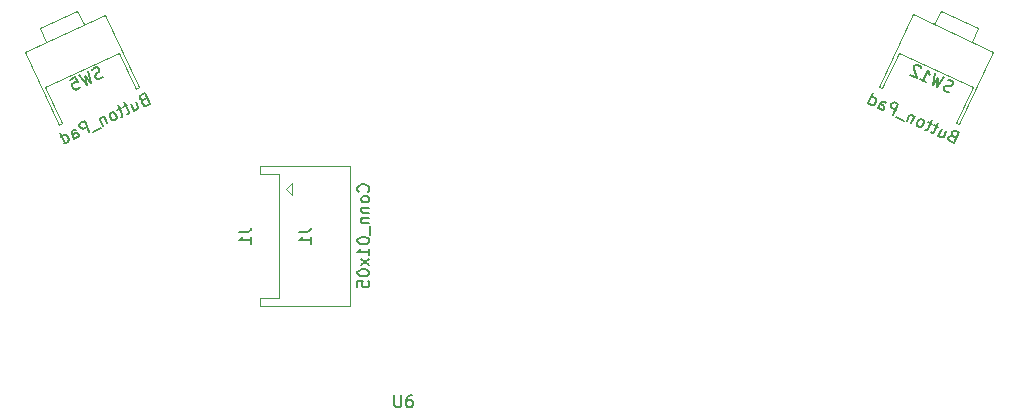
<source format=gbr>
G04 #@! TF.GenerationSoftware,KiCad,Pcbnew,7.0.9*
G04 #@! TF.CreationDate,2023-12-20T17:10:12-07:00*
G04 #@! TF.ProjectId,saturn_controller_pcb,73617475-726e-45f6-936f-6e74726f6c6c,4a*
G04 #@! TF.SameCoordinates,Original*
G04 #@! TF.FileFunction,AssemblyDrawing,Bot*
%FSLAX46Y46*%
G04 Gerber Fmt 4.6, Leading zero omitted, Abs format (unit mm)*
G04 Created by KiCad (PCBNEW 7.0.9) date 2023-12-20 17:10:12*
%MOMM*%
%LPD*%
G01*
G04 APERTURE LIST*
%ADD10C,0.150000*%
%ADD11C,0.100000*%
G04 APERTURE END LIST*
D10*
X136848095Y-105294819D02*
X136848095Y-106104342D01*
X136848095Y-106104342D02*
X136895714Y-106199580D01*
X136895714Y-106199580D02*
X136943333Y-106247200D01*
X136943333Y-106247200D02*
X137038571Y-106294819D01*
X137038571Y-106294819D02*
X137229047Y-106294819D01*
X137229047Y-106294819D02*
X137324285Y-106247200D01*
X137324285Y-106247200D02*
X137371904Y-106199580D01*
X137371904Y-106199580D02*
X137419523Y-106104342D01*
X137419523Y-106104342D02*
X137419523Y-105294819D01*
X138324285Y-105294819D02*
X138133809Y-105294819D01*
X138133809Y-105294819D02*
X138038571Y-105342438D01*
X138038571Y-105342438D02*
X137990952Y-105390057D01*
X137990952Y-105390057D02*
X137895714Y-105532914D01*
X137895714Y-105532914D02*
X137848095Y-105723390D01*
X137848095Y-105723390D02*
X137848095Y-106104342D01*
X137848095Y-106104342D02*
X137895714Y-106199580D01*
X137895714Y-106199580D02*
X137943333Y-106247200D01*
X137943333Y-106247200D02*
X138038571Y-106294819D01*
X138038571Y-106294819D02*
X138229047Y-106294819D01*
X138229047Y-106294819D02*
X138324285Y-106247200D01*
X138324285Y-106247200D02*
X138371904Y-106199580D01*
X138371904Y-106199580D02*
X138419523Y-106104342D01*
X138419523Y-106104342D02*
X138419523Y-105866247D01*
X138419523Y-105866247D02*
X138371904Y-105771009D01*
X138371904Y-105771009D02*
X138324285Y-105723390D01*
X138324285Y-105723390D02*
X138229047Y-105675771D01*
X138229047Y-105675771D02*
X138038571Y-105675771D01*
X138038571Y-105675771D02*
X137943333Y-105723390D01*
X137943333Y-105723390D02*
X137895714Y-105771009D01*
X137895714Y-105771009D02*
X137848095Y-105866247D01*
X183809214Y-79619372D02*
X183659617Y-79602155D01*
X183659617Y-79602155D02*
X183443829Y-79501532D01*
X183443829Y-79501532D02*
X183377639Y-79418125D01*
X183377639Y-79418125D02*
X183354606Y-79354843D01*
X183354606Y-79354843D02*
X183351698Y-79248403D01*
X183351698Y-79248403D02*
X183391947Y-79162088D01*
X183391947Y-79162088D02*
X183475354Y-79095898D01*
X183475354Y-79095898D02*
X183538636Y-79072865D01*
X183538636Y-79072865D02*
X183645076Y-79069957D01*
X183645076Y-79069957D02*
X183837831Y-79107298D01*
X183837831Y-79107298D02*
X183944270Y-79104390D01*
X183944270Y-79104390D02*
X184007552Y-79081357D01*
X184007552Y-79081357D02*
X184090959Y-79015167D01*
X184090959Y-79015167D02*
X184131209Y-78928852D01*
X184131209Y-78928852D02*
X184128301Y-78822412D01*
X184128301Y-78822412D02*
X184105268Y-78759130D01*
X184105268Y-78759130D02*
X184039077Y-78675723D01*
X184039077Y-78675723D02*
X183823290Y-78575099D01*
X183823290Y-78575099D02*
X183673693Y-78557883D01*
X183391715Y-78373853D02*
X182753309Y-79179537D01*
X182753309Y-79179537D02*
X182882549Y-78451676D01*
X182882549Y-78451676D02*
X182408049Y-79018540D01*
X182408049Y-79018540D02*
X182614879Y-78011608D01*
X181372269Y-78535547D02*
X181890159Y-78777044D01*
X181631214Y-78656295D02*
X182053832Y-77749988D01*
X182053832Y-77749988D02*
X182079773Y-77919710D01*
X182079773Y-77919710D02*
X182125839Y-78046274D01*
X182125839Y-78046274D02*
X182192029Y-78129681D01*
X181409377Y-77554557D02*
X181386344Y-77491275D01*
X181386344Y-77491275D02*
X181320154Y-77407868D01*
X181320154Y-77407868D02*
X181104367Y-77307245D01*
X181104367Y-77307245D02*
X180997927Y-77310153D01*
X180997927Y-77310153D02*
X180934645Y-77333186D01*
X180934645Y-77333186D02*
X180851238Y-77399376D01*
X180851238Y-77399376D02*
X180810988Y-77485691D01*
X180810988Y-77485691D02*
X180793772Y-77635288D01*
X180793772Y-77635288D02*
X181070166Y-78394675D01*
X181070166Y-78394675D02*
X180509118Y-78133054D01*
X184104162Y-83324890D02*
X183954565Y-83307673D01*
X183954565Y-83307673D02*
X183891283Y-83330706D01*
X183891283Y-83330706D02*
X183807876Y-83396897D01*
X183807876Y-83396897D02*
X183747502Y-83526369D01*
X183747502Y-83526369D02*
X183750410Y-83632809D01*
X183750410Y-83632809D02*
X183773443Y-83696091D01*
X183773443Y-83696091D02*
X183839633Y-83779498D01*
X183839633Y-83779498D02*
X184184893Y-83940495D01*
X184184893Y-83940495D02*
X184607512Y-83034188D01*
X184607512Y-83034188D02*
X184305409Y-82893315D01*
X184305409Y-82893315D02*
X184198969Y-82896223D01*
X184198969Y-82896223D02*
X184135687Y-82919256D01*
X184135687Y-82919256D02*
X184052280Y-82985446D01*
X184052280Y-82985446D02*
X184012031Y-83071761D01*
X184012031Y-83071761D02*
X184014939Y-83178201D01*
X184014939Y-83178201D02*
X184037972Y-83241483D01*
X184037972Y-83241483D02*
X184104162Y-83324890D01*
X184104162Y-83324890D02*
X184406265Y-83465763D01*
X183171913Y-82732550D02*
X182890168Y-83336755D01*
X183560331Y-82913672D02*
X183338960Y-83388405D01*
X183338960Y-83388405D02*
X183255553Y-83454595D01*
X183255553Y-83454595D02*
X183149113Y-83457503D01*
X183149113Y-83457503D02*
X183019640Y-83397129D01*
X183019640Y-83397129D02*
X182953450Y-83313722D01*
X182953450Y-83313722D02*
X182930417Y-83250440D01*
X182869811Y-82591677D02*
X182524551Y-82430680D01*
X182881211Y-82229200D02*
X182518967Y-83006036D01*
X182518967Y-83006036D02*
X182435560Y-83072226D01*
X182435560Y-83072226D02*
X182329120Y-83075134D01*
X182329120Y-83075134D02*
X182242805Y-83034885D01*
X182351920Y-82350181D02*
X182006660Y-82189183D01*
X182363320Y-81987704D02*
X182001076Y-82764539D01*
X182001076Y-82764539D02*
X181917669Y-82830730D01*
X181917669Y-82830730D02*
X181811230Y-82833638D01*
X181811230Y-82833638D02*
X181724915Y-82793388D01*
X181293339Y-82592141D02*
X181399779Y-82589233D01*
X181399779Y-82589233D02*
X181463061Y-82566200D01*
X181463061Y-82566200D02*
X181546468Y-82500010D01*
X181546468Y-82500010D02*
X181667216Y-82241065D01*
X181667216Y-82241065D02*
X181664308Y-82134625D01*
X181664308Y-82134625D02*
X181641275Y-82071343D01*
X181641275Y-82071343D02*
X181575085Y-81987936D01*
X181575085Y-81987936D02*
X181445612Y-81927562D01*
X181445612Y-81927562D02*
X181339172Y-81930470D01*
X181339172Y-81930470D02*
X181275890Y-81953503D01*
X181275890Y-81953503D02*
X181192483Y-82019694D01*
X181192483Y-82019694D02*
X181071735Y-82278639D01*
X181071735Y-82278639D02*
X181074643Y-82385078D01*
X181074643Y-82385078D02*
X181097676Y-82448361D01*
X181097676Y-82448361D02*
X181163866Y-82531767D01*
X181163866Y-82531767D02*
X181293339Y-82592141D01*
X180884564Y-81665941D02*
X180602819Y-82270147D01*
X180844315Y-81752256D02*
X180821282Y-81688974D01*
X180821282Y-81688974D02*
X180755092Y-81605567D01*
X180755092Y-81605567D02*
X180625619Y-81545193D01*
X180625619Y-81545193D02*
X180519179Y-81548101D01*
X180519179Y-81548101D02*
X180435773Y-81614292D01*
X180435773Y-81614292D02*
X180214401Y-82089024D01*
X179958364Y-82074716D02*
X179267844Y-81752721D01*
X179092305Y-81565783D02*
X179514924Y-80659475D01*
X179514924Y-80659475D02*
X179169664Y-80498477D01*
X179169664Y-80498477D02*
X179063224Y-80501386D01*
X179063224Y-80501386D02*
X178999942Y-80524418D01*
X178999942Y-80524418D02*
X178916535Y-80590609D01*
X178916535Y-80590609D02*
X178856161Y-80720081D01*
X178856161Y-80720081D02*
X178859069Y-80826521D01*
X178859069Y-80826521D02*
X178882102Y-80889803D01*
X178882102Y-80889803D02*
X178948292Y-80973210D01*
X178948292Y-80973210D02*
X179293552Y-81134208D01*
X177797580Y-80962042D02*
X178018952Y-80487310D01*
X178018952Y-80487310D02*
X178102358Y-80421119D01*
X178102358Y-80421119D02*
X178208798Y-80418211D01*
X178208798Y-80418211D02*
X178381428Y-80498710D01*
X178381428Y-80498710D02*
X178447618Y-80582117D01*
X177817705Y-80918885D02*
X177883895Y-81002292D01*
X177883895Y-81002292D02*
X178099683Y-81102915D01*
X178099683Y-81102915D02*
X178206122Y-81100007D01*
X178206122Y-81100007D02*
X178289529Y-81033817D01*
X178289529Y-81033817D02*
X178329779Y-80947502D01*
X178329779Y-80947502D02*
X178326870Y-80841062D01*
X178326870Y-80841062D02*
X178260680Y-80757655D01*
X178260680Y-80757655D02*
X178044893Y-80657032D01*
X178044893Y-80657032D02*
X177978702Y-80573625D01*
X176977587Y-80579673D02*
X177400205Y-79673366D01*
X176997712Y-80536516D02*
X177063902Y-80619923D01*
X177063902Y-80619923D02*
X177236532Y-80700421D01*
X177236532Y-80700421D02*
X177342972Y-80697513D01*
X177342972Y-80697513D02*
X177406254Y-80674480D01*
X177406254Y-80674480D02*
X177489661Y-80608290D01*
X177489661Y-80608290D02*
X177610409Y-80349345D01*
X177610409Y-80349345D02*
X177607501Y-80242905D01*
X177607501Y-80242905D02*
X177584468Y-80179623D01*
X177584468Y-80179623D02*
X177518278Y-80096216D01*
X177518278Y-80096216D02*
X177345648Y-80015718D01*
X177345648Y-80015718D02*
X177239208Y-80018626D01*
X183809214Y-79619372D02*
X183659617Y-79602155D01*
X183659617Y-79602155D02*
X183443829Y-79501532D01*
X183443829Y-79501532D02*
X183377639Y-79418125D01*
X183377639Y-79418125D02*
X183354606Y-79354843D01*
X183354606Y-79354843D02*
X183351698Y-79248403D01*
X183351698Y-79248403D02*
X183391947Y-79162088D01*
X183391947Y-79162088D02*
X183475354Y-79095898D01*
X183475354Y-79095898D02*
X183538636Y-79072865D01*
X183538636Y-79072865D02*
X183645076Y-79069957D01*
X183645076Y-79069957D02*
X183837831Y-79107298D01*
X183837831Y-79107298D02*
X183944270Y-79104390D01*
X183944270Y-79104390D02*
X184007552Y-79081357D01*
X184007552Y-79081357D02*
X184090959Y-79015167D01*
X184090959Y-79015167D02*
X184131209Y-78928852D01*
X184131209Y-78928852D02*
X184128301Y-78822412D01*
X184128301Y-78822412D02*
X184105268Y-78759130D01*
X184105268Y-78759130D02*
X184039077Y-78675723D01*
X184039077Y-78675723D02*
X183823290Y-78575099D01*
X183823290Y-78575099D02*
X183673693Y-78557883D01*
X183391715Y-78373853D02*
X182753309Y-79179537D01*
X182753309Y-79179537D02*
X182882549Y-78451676D01*
X182882549Y-78451676D02*
X182408049Y-79018540D01*
X182408049Y-79018540D02*
X182614879Y-78011608D01*
X181372269Y-78535547D02*
X181890159Y-78777044D01*
X181631214Y-78656295D02*
X182053832Y-77749988D01*
X182053832Y-77749988D02*
X182079773Y-77919710D01*
X182079773Y-77919710D02*
X182125839Y-78046274D01*
X182125839Y-78046274D02*
X182192029Y-78129681D01*
X181409377Y-77554557D02*
X181386344Y-77491275D01*
X181386344Y-77491275D02*
X181320154Y-77407868D01*
X181320154Y-77407868D02*
X181104367Y-77307245D01*
X181104367Y-77307245D02*
X180997927Y-77310153D01*
X180997927Y-77310153D02*
X180934645Y-77333186D01*
X180934645Y-77333186D02*
X180851238Y-77399376D01*
X180851238Y-77399376D02*
X180810988Y-77485691D01*
X180810988Y-77485691D02*
X180793772Y-77635288D01*
X180793772Y-77635288D02*
X181070166Y-78394675D01*
X181070166Y-78394675D02*
X180509118Y-78133054D01*
X123705819Y-91466666D02*
X124420104Y-91466666D01*
X124420104Y-91466666D02*
X124562961Y-91419047D01*
X124562961Y-91419047D02*
X124658200Y-91323809D01*
X124658200Y-91323809D02*
X124705819Y-91180952D01*
X124705819Y-91180952D02*
X124705819Y-91085714D01*
X124705819Y-92466666D02*
X124705819Y-91895238D01*
X124705819Y-92180952D02*
X123705819Y-92180952D01*
X123705819Y-92180952D02*
X123848676Y-92085714D01*
X123848676Y-92085714D02*
X123943914Y-91990476D01*
X123943914Y-91990476D02*
X123991533Y-91895238D01*
X134610580Y-88061904D02*
X134658200Y-88014285D01*
X134658200Y-88014285D02*
X134705819Y-87871428D01*
X134705819Y-87871428D02*
X134705819Y-87776190D01*
X134705819Y-87776190D02*
X134658200Y-87633333D01*
X134658200Y-87633333D02*
X134562961Y-87538095D01*
X134562961Y-87538095D02*
X134467723Y-87490476D01*
X134467723Y-87490476D02*
X134277247Y-87442857D01*
X134277247Y-87442857D02*
X134134390Y-87442857D01*
X134134390Y-87442857D02*
X133943914Y-87490476D01*
X133943914Y-87490476D02*
X133848676Y-87538095D01*
X133848676Y-87538095D02*
X133753438Y-87633333D01*
X133753438Y-87633333D02*
X133705819Y-87776190D01*
X133705819Y-87776190D02*
X133705819Y-87871428D01*
X133705819Y-87871428D02*
X133753438Y-88014285D01*
X133753438Y-88014285D02*
X133801057Y-88061904D01*
X134705819Y-88633333D02*
X134658200Y-88538095D01*
X134658200Y-88538095D02*
X134610580Y-88490476D01*
X134610580Y-88490476D02*
X134515342Y-88442857D01*
X134515342Y-88442857D02*
X134229628Y-88442857D01*
X134229628Y-88442857D02*
X134134390Y-88490476D01*
X134134390Y-88490476D02*
X134086771Y-88538095D01*
X134086771Y-88538095D02*
X134039152Y-88633333D01*
X134039152Y-88633333D02*
X134039152Y-88776190D01*
X134039152Y-88776190D02*
X134086771Y-88871428D01*
X134086771Y-88871428D02*
X134134390Y-88919047D01*
X134134390Y-88919047D02*
X134229628Y-88966666D01*
X134229628Y-88966666D02*
X134515342Y-88966666D01*
X134515342Y-88966666D02*
X134610580Y-88919047D01*
X134610580Y-88919047D02*
X134658200Y-88871428D01*
X134658200Y-88871428D02*
X134705819Y-88776190D01*
X134705819Y-88776190D02*
X134705819Y-88633333D01*
X134039152Y-89395238D02*
X134705819Y-89395238D01*
X134134390Y-89395238D02*
X134086771Y-89442857D01*
X134086771Y-89442857D02*
X134039152Y-89538095D01*
X134039152Y-89538095D02*
X134039152Y-89680952D01*
X134039152Y-89680952D02*
X134086771Y-89776190D01*
X134086771Y-89776190D02*
X134182009Y-89823809D01*
X134182009Y-89823809D02*
X134705819Y-89823809D01*
X134039152Y-90300000D02*
X134705819Y-90300000D01*
X134134390Y-90300000D02*
X134086771Y-90347619D01*
X134086771Y-90347619D02*
X134039152Y-90442857D01*
X134039152Y-90442857D02*
X134039152Y-90585714D01*
X134039152Y-90585714D02*
X134086771Y-90680952D01*
X134086771Y-90680952D02*
X134182009Y-90728571D01*
X134182009Y-90728571D02*
X134705819Y-90728571D01*
X134801057Y-90966667D02*
X134801057Y-91728571D01*
X133705819Y-92157143D02*
X133705819Y-92252381D01*
X133705819Y-92252381D02*
X133753438Y-92347619D01*
X133753438Y-92347619D02*
X133801057Y-92395238D01*
X133801057Y-92395238D02*
X133896295Y-92442857D01*
X133896295Y-92442857D02*
X134086771Y-92490476D01*
X134086771Y-92490476D02*
X134324866Y-92490476D01*
X134324866Y-92490476D02*
X134515342Y-92442857D01*
X134515342Y-92442857D02*
X134610580Y-92395238D01*
X134610580Y-92395238D02*
X134658200Y-92347619D01*
X134658200Y-92347619D02*
X134705819Y-92252381D01*
X134705819Y-92252381D02*
X134705819Y-92157143D01*
X134705819Y-92157143D02*
X134658200Y-92061905D01*
X134658200Y-92061905D02*
X134610580Y-92014286D01*
X134610580Y-92014286D02*
X134515342Y-91966667D01*
X134515342Y-91966667D02*
X134324866Y-91919048D01*
X134324866Y-91919048D02*
X134086771Y-91919048D01*
X134086771Y-91919048D02*
X133896295Y-91966667D01*
X133896295Y-91966667D02*
X133801057Y-92014286D01*
X133801057Y-92014286D02*
X133753438Y-92061905D01*
X133753438Y-92061905D02*
X133705819Y-92157143D01*
X134705819Y-93442857D02*
X134705819Y-92871429D01*
X134705819Y-93157143D02*
X133705819Y-93157143D01*
X133705819Y-93157143D02*
X133848676Y-93061905D01*
X133848676Y-93061905D02*
X133943914Y-92966667D01*
X133943914Y-92966667D02*
X133991533Y-92871429D01*
X134705819Y-93776191D02*
X134039152Y-94300000D01*
X134039152Y-93776191D02*
X134705819Y-94300000D01*
X133705819Y-94871429D02*
X133705819Y-94966667D01*
X133705819Y-94966667D02*
X133753438Y-95061905D01*
X133753438Y-95061905D02*
X133801057Y-95109524D01*
X133801057Y-95109524D02*
X133896295Y-95157143D01*
X133896295Y-95157143D02*
X134086771Y-95204762D01*
X134086771Y-95204762D02*
X134324866Y-95204762D01*
X134324866Y-95204762D02*
X134515342Y-95157143D01*
X134515342Y-95157143D02*
X134610580Y-95109524D01*
X134610580Y-95109524D02*
X134658200Y-95061905D01*
X134658200Y-95061905D02*
X134705819Y-94966667D01*
X134705819Y-94966667D02*
X134705819Y-94871429D01*
X134705819Y-94871429D02*
X134658200Y-94776191D01*
X134658200Y-94776191D02*
X134610580Y-94728572D01*
X134610580Y-94728572D02*
X134515342Y-94680953D01*
X134515342Y-94680953D02*
X134324866Y-94633334D01*
X134324866Y-94633334D02*
X134086771Y-94633334D01*
X134086771Y-94633334D02*
X133896295Y-94680953D01*
X133896295Y-94680953D02*
X133801057Y-94728572D01*
X133801057Y-94728572D02*
X133753438Y-94776191D01*
X133753438Y-94776191D02*
X133705819Y-94871429D01*
X133705819Y-96109524D02*
X133705819Y-95633334D01*
X133705819Y-95633334D02*
X134182009Y-95585715D01*
X134182009Y-95585715D02*
X134134390Y-95633334D01*
X134134390Y-95633334D02*
X134086771Y-95728572D01*
X134086771Y-95728572D02*
X134086771Y-95966667D01*
X134086771Y-95966667D02*
X134134390Y-96061905D01*
X134134390Y-96061905D02*
X134182009Y-96109524D01*
X134182009Y-96109524D02*
X134277247Y-96157143D01*
X134277247Y-96157143D02*
X134515342Y-96157143D01*
X134515342Y-96157143D02*
X134610580Y-96109524D01*
X134610580Y-96109524D02*
X134658200Y-96061905D01*
X134658200Y-96061905D02*
X134705819Y-95966667D01*
X134705819Y-95966667D02*
X134705819Y-95728572D01*
X134705819Y-95728572D02*
X134658200Y-95633334D01*
X134658200Y-95633334D02*
X134610580Y-95585715D01*
X128755819Y-91466666D02*
X129470104Y-91466666D01*
X129470104Y-91466666D02*
X129612961Y-91419047D01*
X129612961Y-91419047D02*
X129708200Y-91323809D01*
X129708200Y-91323809D02*
X129755819Y-91180952D01*
X129755819Y-91180952D02*
X129755819Y-91085714D01*
X129755819Y-92466666D02*
X129755819Y-91895238D01*
X129755819Y-92180952D02*
X128755819Y-92180952D01*
X128755819Y-92180952D02*
X128898676Y-92085714D01*
X128898676Y-92085714D02*
X128993914Y-91990476D01*
X128993914Y-91990476D02*
X129041533Y-91895238D01*
X112134496Y-78310577D02*
X112025148Y-78414109D01*
X112025148Y-78414109D02*
X111809360Y-78514732D01*
X111809360Y-78514732D02*
X111702920Y-78511824D01*
X111702920Y-78511824D02*
X111639638Y-78488791D01*
X111639638Y-78488791D02*
X111556231Y-78422601D01*
X111556231Y-78422601D02*
X111515982Y-78336286D01*
X111515982Y-78336286D02*
X111518890Y-78229846D01*
X111518890Y-78229846D02*
X111541923Y-78166564D01*
X111541923Y-78166564D02*
X111608113Y-78083157D01*
X111608113Y-78083157D02*
X111760619Y-77959501D01*
X111760619Y-77959501D02*
X111826809Y-77876094D01*
X111826809Y-77876094D02*
X111849842Y-77812812D01*
X111849842Y-77812812D02*
X111852750Y-77706372D01*
X111852750Y-77706372D02*
X111812501Y-77620057D01*
X111812501Y-77620057D02*
X111729094Y-77553867D01*
X111729094Y-77553867D02*
X111665812Y-77530834D01*
X111665812Y-77530834D02*
X111559372Y-77527926D01*
X111559372Y-77527926D02*
X111343584Y-77628549D01*
X111343584Y-77628549D02*
X111234236Y-77732081D01*
X110912009Y-77829796D02*
X111118840Y-78836727D01*
X111118840Y-78836727D02*
X110644340Y-78269863D01*
X110644340Y-78269863D02*
X110773580Y-78997725D01*
X110773580Y-78997725D02*
X110135174Y-78192040D01*
X109358339Y-78554284D02*
X109789914Y-78353037D01*
X109789914Y-78353037D02*
X110034318Y-78764488D01*
X110034318Y-78764488D02*
X109971036Y-78741455D01*
X109971036Y-78741455D02*
X109864596Y-78738547D01*
X109864596Y-78738547D02*
X109648809Y-78839170D01*
X109648809Y-78839170D02*
X109582618Y-78922577D01*
X109582618Y-78922577D02*
X109559586Y-78985859D01*
X109559586Y-78985859D02*
X109556677Y-79092299D01*
X109556677Y-79092299D02*
X109657301Y-79308087D01*
X109657301Y-79308087D02*
X109740708Y-79374277D01*
X109740708Y-79374277D02*
X109803990Y-79397310D01*
X109803990Y-79397310D02*
X109910430Y-79400218D01*
X109910430Y-79400218D02*
X110126217Y-79299595D01*
X110126217Y-79299595D02*
X110192408Y-79216188D01*
X110192408Y-79216188D02*
X110215440Y-79152906D01*
X115594252Y-80265248D02*
X115484904Y-80368779D01*
X115484904Y-80368779D02*
X115461871Y-80432062D01*
X115461871Y-80432062D02*
X115458963Y-80538501D01*
X115458963Y-80538501D02*
X115519337Y-80667974D01*
X115519337Y-80667974D02*
X115602744Y-80734164D01*
X115602744Y-80734164D02*
X115666026Y-80757197D01*
X115666026Y-80757197D02*
X115772466Y-80760105D01*
X115772466Y-80760105D02*
X116117726Y-80599108D01*
X116117726Y-80599108D02*
X115695108Y-79692800D01*
X115695108Y-79692800D02*
X115393005Y-79833673D01*
X115393005Y-79833673D02*
X115326815Y-79917080D01*
X115326815Y-79917080D02*
X115303782Y-79980362D01*
X115303782Y-79980362D02*
X115300874Y-80086801D01*
X115300874Y-80086801D02*
X115341123Y-80173116D01*
X115341123Y-80173116D02*
X115424530Y-80239307D01*
X115424530Y-80239307D02*
X115487812Y-80262340D01*
X115487812Y-80262340D02*
X115594252Y-80265248D01*
X115594252Y-80265248D02*
X115896355Y-80124375D01*
X114541255Y-80598643D02*
X114823001Y-81202848D01*
X114929673Y-80417521D02*
X115151044Y-80892253D01*
X115151044Y-80892253D02*
X115148136Y-80998693D01*
X115148136Y-80998693D02*
X115081946Y-81082100D01*
X115081946Y-81082100D02*
X114952473Y-81142474D01*
X114952473Y-81142474D02*
X114846033Y-81139566D01*
X114846033Y-81139566D02*
X114782751Y-81116533D01*
X114239152Y-80739516D02*
X113893892Y-80900513D01*
X113968807Y-80497787D02*
X114331051Y-81274622D01*
X114331051Y-81274622D02*
X114328143Y-81381062D01*
X114328143Y-81381062D02*
X114261953Y-81464469D01*
X114261953Y-81464469D02*
X114175638Y-81504718D01*
X113721262Y-80981012D02*
X113376002Y-81142009D01*
X113450917Y-80739283D02*
X113813161Y-81516119D01*
X113813161Y-81516119D02*
X113810253Y-81622558D01*
X113810253Y-81622558D02*
X113744062Y-81705965D01*
X113744062Y-81705965D02*
X113657747Y-81746215D01*
X113226172Y-81947462D02*
X113292362Y-81864055D01*
X113292362Y-81864055D02*
X113315395Y-81800773D01*
X113315395Y-81800773D02*
X113318303Y-81694333D01*
X113318303Y-81694333D02*
X113197555Y-81435388D01*
X113197555Y-81435388D02*
X113114148Y-81369197D01*
X113114148Y-81369197D02*
X113050866Y-81346165D01*
X113050866Y-81346165D02*
X112944426Y-81343256D01*
X112944426Y-81343256D02*
X112814954Y-81403630D01*
X112814954Y-81403630D02*
X112748763Y-81487037D01*
X112748763Y-81487037D02*
X112725730Y-81550320D01*
X112725730Y-81550320D02*
X112722822Y-81656759D01*
X112722822Y-81656759D02*
X112843570Y-81915704D01*
X112843570Y-81915704D02*
X112926977Y-81981895D01*
X112926977Y-81981895D02*
X112990259Y-82004928D01*
X112990259Y-82004928D02*
X113096699Y-82007836D01*
X113096699Y-82007836D02*
X113226172Y-81947462D01*
X112253906Y-81665251D02*
X112535651Y-82269457D01*
X112294155Y-81751566D02*
X112230873Y-81728534D01*
X112230873Y-81728534D02*
X112124433Y-81725625D01*
X112124433Y-81725625D02*
X111994961Y-81785999D01*
X111994961Y-81785999D02*
X111928770Y-81869406D01*
X111928770Y-81869406D02*
X111925862Y-81975846D01*
X111925862Y-81975846D02*
X112147234Y-82450579D01*
X111971695Y-82637517D02*
X111281175Y-82959512D01*
X111025138Y-82973820D02*
X110602520Y-82067513D01*
X110602520Y-82067513D02*
X110257260Y-82228510D01*
X110257260Y-82228510D02*
X110191069Y-82311917D01*
X110191069Y-82311917D02*
X110168037Y-82375199D01*
X110168037Y-82375199D02*
X110165128Y-82481639D01*
X110165128Y-82481639D02*
X110225502Y-82611111D01*
X110225502Y-82611111D02*
X110308909Y-82677302D01*
X110308909Y-82677302D02*
X110372192Y-82700335D01*
X110372192Y-82700335D02*
X110478631Y-82703243D01*
X110478631Y-82703243D02*
X110823891Y-82542245D01*
X109730413Y-83577561D02*
X109509041Y-83102828D01*
X109509041Y-83102828D02*
X109511949Y-82996388D01*
X109511949Y-82996388D02*
X109578140Y-82912982D01*
X109578140Y-82912982D02*
X109750770Y-82832483D01*
X109750770Y-82832483D02*
X109857210Y-82835391D01*
X109710288Y-83534403D02*
X109816728Y-83537311D01*
X109816728Y-83537311D02*
X110032515Y-83436688D01*
X110032515Y-83436688D02*
X110098706Y-83353281D01*
X110098706Y-83353281D02*
X110101614Y-83246841D01*
X110101614Y-83246841D02*
X110061364Y-83160526D01*
X110061364Y-83160526D02*
X109977958Y-83094336D01*
X109977958Y-83094336D02*
X109871518Y-83091428D01*
X109871518Y-83091428D02*
X109655730Y-83192051D01*
X109655730Y-83192051D02*
X109549291Y-83189143D01*
X108910420Y-83959930D02*
X108487802Y-83053622D01*
X108890295Y-83916772D02*
X108996735Y-83919680D01*
X108996735Y-83919680D02*
X109169365Y-83839182D01*
X109169365Y-83839182D02*
X109235555Y-83755775D01*
X109235555Y-83755775D02*
X109258588Y-83692493D01*
X109258588Y-83692493D02*
X109261496Y-83586053D01*
X109261496Y-83586053D02*
X109140748Y-83327108D01*
X109140748Y-83327108D02*
X109057341Y-83260917D01*
X109057341Y-83260917D02*
X108994059Y-83237885D01*
X108994059Y-83237885D02*
X108887619Y-83234976D01*
X108887619Y-83234976D02*
X108714989Y-83315475D01*
X108714989Y-83315475D02*
X108648799Y-83398882D01*
X112134496Y-78310577D02*
X112025148Y-78414109D01*
X112025148Y-78414109D02*
X111809360Y-78514732D01*
X111809360Y-78514732D02*
X111702920Y-78511824D01*
X111702920Y-78511824D02*
X111639638Y-78488791D01*
X111639638Y-78488791D02*
X111556231Y-78422601D01*
X111556231Y-78422601D02*
X111515982Y-78336286D01*
X111515982Y-78336286D02*
X111518890Y-78229846D01*
X111518890Y-78229846D02*
X111541923Y-78166564D01*
X111541923Y-78166564D02*
X111608113Y-78083157D01*
X111608113Y-78083157D02*
X111760619Y-77959501D01*
X111760619Y-77959501D02*
X111826809Y-77876094D01*
X111826809Y-77876094D02*
X111849842Y-77812812D01*
X111849842Y-77812812D02*
X111852750Y-77706372D01*
X111852750Y-77706372D02*
X111812501Y-77620057D01*
X111812501Y-77620057D02*
X111729094Y-77553867D01*
X111729094Y-77553867D02*
X111665812Y-77530834D01*
X111665812Y-77530834D02*
X111559372Y-77527926D01*
X111559372Y-77527926D02*
X111343584Y-77628549D01*
X111343584Y-77628549D02*
X111234236Y-77732081D01*
X110912009Y-77829796D02*
X111118840Y-78836727D01*
X111118840Y-78836727D02*
X110644340Y-78269863D01*
X110644340Y-78269863D02*
X110773580Y-78997725D01*
X110773580Y-78997725D02*
X110135174Y-78192040D01*
X109358339Y-78554284D02*
X109789914Y-78353037D01*
X109789914Y-78353037D02*
X110034318Y-78764488D01*
X110034318Y-78764488D02*
X109971036Y-78741455D01*
X109971036Y-78741455D02*
X109864596Y-78738547D01*
X109864596Y-78738547D02*
X109648809Y-78839170D01*
X109648809Y-78839170D02*
X109582618Y-78922577D01*
X109582618Y-78922577D02*
X109559586Y-78985859D01*
X109559586Y-78985859D02*
X109556677Y-79092299D01*
X109556677Y-79092299D02*
X109657301Y-79308087D01*
X109657301Y-79308087D02*
X109740708Y-79374277D01*
X109740708Y-79374277D02*
X109803990Y-79397310D01*
X109803990Y-79397310D02*
X109910430Y-79400218D01*
X109910430Y-79400218D02*
X110126217Y-79299595D01*
X110126217Y-79299595D02*
X110192408Y-79216188D01*
X110192408Y-79216188D02*
X110215440Y-79152906D01*
D11*
X184674975Y-82354300D02*
X187544553Y-76200470D01*
X184674975Y-82354300D02*
X184403083Y-82227515D01*
X187544553Y-76200470D02*
X180747245Y-73030833D01*
X184403083Y-82227515D02*
X185814628Y-79200447D01*
X185814628Y-79200447D02*
X179561104Y-76284381D01*
X186264436Y-74213286D02*
X185731937Y-75355234D01*
X186264436Y-74213286D02*
X183092359Y-72734122D01*
X183092359Y-72734122D02*
X182559860Y-73876070D01*
X178149559Y-79311449D02*
X179561104Y-76284381D01*
X178149559Y-79311449D02*
X177877667Y-79184663D01*
X177877667Y-79184663D02*
X180747245Y-73030833D01*
X133051000Y-85850000D02*
X133051000Y-97750000D01*
X125451000Y-85850000D02*
X133051000Y-85850000D01*
X127051000Y-86550000D02*
X125451000Y-86550000D01*
X125451000Y-86550000D02*
X125451000Y-85850000D01*
X128176000Y-87300000D02*
X128176000Y-88300000D01*
X127676000Y-87800000D02*
X128176000Y-87300000D01*
X128176000Y-88300000D02*
X127676000Y-87800000D01*
X127051000Y-97050000D02*
X127051000Y-86550000D01*
X125451000Y-97050000D02*
X127051000Y-97050000D01*
X133051000Y-97750000D02*
X125451000Y-97750000D01*
X125451000Y-97750000D02*
X125451000Y-97050000D01*
X115217648Y-79204097D02*
X112348070Y-73050267D01*
X115217648Y-79204097D02*
X114945756Y-79330883D01*
X112348070Y-73050267D02*
X105550762Y-76219904D01*
X114945756Y-79330883D02*
X113534211Y-76303815D01*
X113534211Y-76303815D02*
X107280687Y-79219881D01*
X110002956Y-72753556D02*
X110535455Y-73895504D01*
X110002956Y-72753556D02*
X106830879Y-74232720D01*
X106830879Y-74232720D02*
X107363378Y-75374668D01*
X108692232Y-82246949D02*
X107280687Y-79219881D01*
X108692232Y-82246949D02*
X108420340Y-82373734D01*
X108420340Y-82373734D02*
X105550762Y-76219904D01*
M02*

</source>
